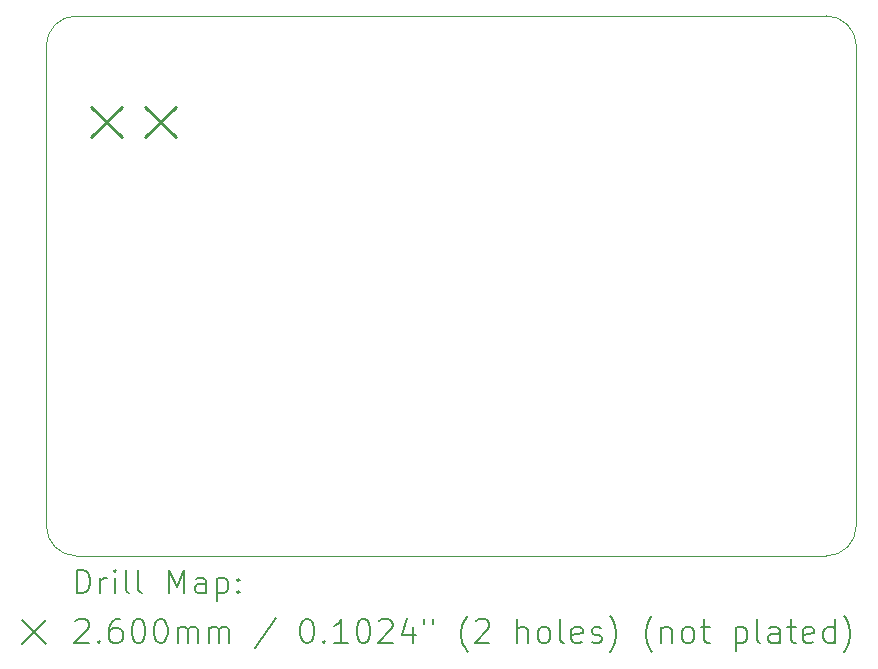
<source format=gbr>
%TF.GenerationSoftware,KiCad,Pcbnew,7.0.10+1*%
%TF.CreationDate,2024-02-10T16:40:51+08:00*%
%TF.ProjectId,ohmify-synthcard,6f686d69-6679-42d7-9379-6e7468636172,v1.1*%
%TF.SameCoordinates,Original*%
%TF.FileFunction,Drillmap*%
%TF.FilePolarity,Positive*%
%FSLAX45Y45*%
G04 Gerber Fmt 4.5, Leading zero omitted, Abs format (unit mm)*
G04 Created by KiCad (PCBNEW 7.0.10+1) date 2024-02-10 16:40:51*
%MOMM*%
%LPD*%
G01*
G04 APERTURE LIST*
%ADD10C,0.100000*%
%ADD11C,0.200000*%
%ADD12C,0.260000*%
G04 APERTURE END LIST*
D10*
X10160000Y-12192000D02*
G75*
G03*
X10414000Y-12446000I254000J0D01*
G01*
X17018000Y-8128000D02*
G75*
G03*
X16764000Y-7874000I-254000J0D01*
G01*
X16764000Y-12446000D02*
X10414000Y-12446000D01*
X10414000Y-7874000D02*
G75*
G03*
X10160000Y-8128000I0J-254000D01*
G01*
X10160000Y-12192000D02*
X10160000Y-8128000D01*
X10414000Y-7874000D02*
X16764000Y-7874000D01*
X16764000Y-12446000D02*
G75*
G03*
X17018000Y-12192000I0J254000D01*
G01*
X17018000Y-8128000D02*
X17018000Y-12192000D01*
D11*
D12*
X10538000Y-8643000D02*
X10798000Y-8903000D01*
X10798000Y-8643000D02*
X10538000Y-8903000D01*
X10998000Y-8643000D02*
X11258000Y-8903000D01*
X11258000Y-8643000D02*
X10998000Y-8903000D01*
D11*
X10415777Y-12762484D02*
X10415777Y-12562484D01*
X10415777Y-12562484D02*
X10463396Y-12562484D01*
X10463396Y-12562484D02*
X10491967Y-12572008D01*
X10491967Y-12572008D02*
X10511015Y-12591055D01*
X10511015Y-12591055D02*
X10520539Y-12610103D01*
X10520539Y-12610103D02*
X10530063Y-12648198D01*
X10530063Y-12648198D02*
X10530063Y-12676769D01*
X10530063Y-12676769D02*
X10520539Y-12714865D01*
X10520539Y-12714865D02*
X10511015Y-12733912D01*
X10511015Y-12733912D02*
X10491967Y-12752960D01*
X10491967Y-12752960D02*
X10463396Y-12762484D01*
X10463396Y-12762484D02*
X10415777Y-12762484D01*
X10615777Y-12762484D02*
X10615777Y-12629150D01*
X10615777Y-12667246D02*
X10625301Y-12648198D01*
X10625301Y-12648198D02*
X10634824Y-12638674D01*
X10634824Y-12638674D02*
X10653872Y-12629150D01*
X10653872Y-12629150D02*
X10672920Y-12629150D01*
X10739586Y-12762484D02*
X10739586Y-12629150D01*
X10739586Y-12562484D02*
X10730063Y-12572008D01*
X10730063Y-12572008D02*
X10739586Y-12581531D01*
X10739586Y-12581531D02*
X10749110Y-12572008D01*
X10749110Y-12572008D02*
X10739586Y-12562484D01*
X10739586Y-12562484D02*
X10739586Y-12581531D01*
X10863396Y-12762484D02*
X10844348Y-12752960D01*
X10844348Y-12752960D02*
X10834824Y-12733912D01*
X10834824Y-12733912D02*
X10834824Y-12562484D01*
X10968158Y-12762484D02*
X10949110Y-12752960D01*
X10949110Y-12752960D02*
X10939586Y-12733912D01*
X10939586Y-12733912D02*
X10939586Y-12562484D01*
X11196729Y-12762484D02*
X11196729Y-12562484D01*
X11196729Y-12562484D02*
X11263396Y-12705341D01*
X11263396Y-12705341D02*
X11330062Y-12562484D01*
X11330062Y-12562484D02*
X11330062Y-12762484D01*
X11511015Y-12762484D02*
X11511015Y-12657722D01*
X11511015Y-12657722D02*
X11501491Y-12638674D01*
X11501491Y-12638674D02*
X11482443Y-12629150D01*
X11482443Y-12629150D02*
X11444348Y-12629150D01*
X11444348Y-12629150D02*
X11425301Y-12638674D01*
X11511015Y-12752960D02*
X11491967Y-12762484D01*
X11491967Y-12762484D02*
X11444348Y-12762484D01*
X11444348Y-12762484D02*
X11425301Y-12752960D01*
X11425301Y-12752960D02*
X11415777Y-12733912D01*
X11415777Y-12733912D02*
X11415777Y-12714865D01*
X11415777Y-12714865D02*
X11425301Y-12695817D01*
X11425301Y-12695817D02*
X11444348Y-12686293D01*
X11444348Y-12686293D02*
X11491967Y-12686293D01*
X11491967Y-12686293D02*
X11511015Y-12676769D01*
X11606253Y-12629150D02*
X11606253Y-12829150D01*
X11606253Y-12638674D02*
X11625301Y-12629150D01*
X11625301Y-12629150D02*
X11663396Y-12629150D01*
X11663396Y-12629150D02*
X11682443Y-12638674D01*
X11682443Y-12638674D02*
X11691967Y-12648198D01*
X11691967Y-12648198D02*
X11701491Y-12667246D01*
X11701491Y-12667246D02*
X11701491Y-12724388D01*
X11701491Y-12724388D02*
X11691967Y-12743436D01*
X11691967Y-12743436D02*
X11682443Y-12752960D01*
X11682443Y-12752960D02*
X11663396Y-12762484D01*
X11663396Y-12762484D02*
X11625301Y-12762484D01*
X11625301Y-12762484D02*
X11606253Y-12752960D01*
X11787205Y-12743436D02*
X11796729Y-12752960D01*
X11796729Y-12752960D02*
X11787205Y-12762484D01*
X11787205Y-12762484D02*
X11777682Y-12752960D01*
X11777682Y-12752960D02*
X11787205Y-12743436D01*
X11787205Y-12743436D02*
X11787205Y-12762484D01*
X11787205Y-12638674D02*
X11796729Y-12648198D01*
X11796729Y-12648198D02*
X11787205Y-12657722D01*
X11787205Y-12657722D02*
X11777682Y-12648198D01*
X11777682Y-12648198D02*
X11787205Y-12638674D01*
X11787205Y-12638674D02*
X11787205Y-12657722D01*
X9955000Y-12991000D02*
X10155000Y-13191000D01*
X10155000Y-12991000D02*
X9955000Y-13191000D01*
X10406253Y-13001531D02*
X10415777Y-12992008D01*
X10415777Y-12992008D02*
X10434824Y-12982484D01*
X10434824Y-12982484D02*
X10482444Y-12982484D01*
X10482444Y-12982484D02*
X10501491Y-12992008D01*
X10501491Y-12992008D02*
X10511015Y-13001531D01*
X10511015Y-13001531D02*
X10520539Y-13020579D01*
X10520539Y-13020579D02*
X10520539Y-13039627D01*
X10520539Y-13039627D02*
X10511015Y-13068198D01*
X10511015Y-13068198D02*
X10396729Y-13182484D01*
X10396729Y-13182484D02*
X10520539Y-13182484D01*
X10606253Y-13163436D02*
X10615777Y-13172960D01*
X10615777Y-13172960D02*
X10606253Y-13182484D01*
X10606253Y-13182484D02*
X10596729Y-13172960D01*
X10596729Y-13172960D02*
X10606253Y-13163436D01*
X10606253Y-13163436D02*
X10606253Y-13182484D01*
X10787205Y-12982484D02*
X10749110Y-12982484D01*
X10749110Y-12982484D02*
X10730063Y-12992008D01*
X10730063Y-12992008D02*
X10720539Y-13001531D01*
X10720539Y-13001531D02*
X10701491Y-13030103D01*
X10701491Y-13030103D02*
X10691967Y-13068198D01*
X10691967Y-13068198D02*
X10691967Y-13144388D01*
X10691967Y-13144388D02*
X10701491Y-13163436D01*
X10701491Y-13163436D02*
X10711015Y-13172960D01*
X10711015Y-13172960D02*
X10730063Y-13182484D01*
X10730063Y-13182484D02*
X10768158Y-13182484D01*
X10768158Y-13182484D02*
X10787205Y-13172960D01*
X10787205Y-13172960D02*
X10796729Y-13163436D01*
X10796729Y-13163436D02*
X10806253Y-13144388D01*
X10806253Y-13144388D02*
X10806253Y-13096769D01*
X10806253Y-13096769D02*
X10796729Y-13077722D01*
X10796729Y-13077722D02*
X10787205Y-13068198D01*
X10787205Y-13068198D02*
X10768158Y-13058674D01*
X10768158Y-13058674D02*
X10730063Y-13058674D01*
X10730063Y-13058674D02*
X10711015Y-13068198D01*
X10711015Y-13068198D02*
X10701491Y-13077722D01*
X10701491Y-13077722D02*
X10691967Y-13096769D01*
X10930063Y-12982484D02*
X10949110Y-12982484D01*
X10949110Y-12982484D02*
X10968158Y-12992008D01*
X10968158Y-12992008D02*
X10977682Y-13001531D01*
X10977682Y-13001531D02*
X10987205Y-13020579D01*
X10987205Y-13020579D02*
X10996729Y-13058674D01*
X10996729Y-13058674D02*
X10996729Y-13106293D01*
X10996729Y-13106293D02*
X10987205Y-13144388D01*
X10987205Y-13144388D02*
X10977682Y-13163436D01*
X10977682Y-13163436D02*
X10968158Y-13172960D01*
X10968158Y-13172960D02*
X10949110Y-13182484D01*
X10949110Y-13182484D02*
X10930063Y-13182484D01*
X10930063Y-13182484D02*
X10911015Y-13172960D01*
X10911015Y-13172960D02*
X10901491Y-13163436D01*
X10901491Y-13163436D02*
X10891967Y-13144388D01*
X10891967Y-13144388D02*
X10882444Y-13106293D01*
X10882444Y-13106293D02*
X10882444Y-13058674D01*
X10882444Y-13058674D02*
X10891967Y-13020579D01*
X10891967Y-13020579D02*
X10901491Y-13001531D01*
X10901491Y-13001531D02*
X10911015Y-12992008D01*
X10911015Y-12992008D02*
X10930063Y-12982484D01*
X11120539Y-12982484D02*
X11139586Y-12982484D01*
X11139586Y-12982484D02*
X11158634Y-12992008D01*
X11158634Y-12992008D02*
X11168158Y-13001531D01*
X11168158Y-13001531D02*
X11177682Y-13020579D01*
X11177682Y-13020579D02*
X11187205Y-13058674D01*
X11187205Y-13058674D02*
X11187205Y-13106293D01*
X11187205Y-13106293D02*
X11177682Y-13144388D01*
X11177682Y-13144388D02*
X11168158Y-13163436D01*
X11168158Y-13163436D02*
X11158634Y-13172960D01*
X11158634Y-13172960D02*
X11139586Y-13182484D01*
X11139586Y-13182484D02*
X11120539Y-13182484D01*
X11120539Y-13182484D02*
X11101491Y-13172960D01*
X11101491Y-13172960D02*
X11091967Y-13163436D01*
X11091967Y-13163436D02*
X11082444Y-13144388D01*
X11082444Y-13144388D02*
X11072920Y-13106293D01*
X11072920Y-13106293D02*
X11072920Y-13058674D01*
X11072920Y-13058674D02*
X11082444Y-13020579D01*
X11082444Y-13020579D02*
X11091967Y-13001531D01*
X11091967Y-13001531D02*
X11101491Y-12992008D01*
X11101491Y-12992008D02*
X11120539Y-12982484D01*
X11272920Y-13182484D02*
X11272920Y-13049150D01*
X11272920Y-13068198D02*
X11282443Y-13058674D01*
X11282443Y-13058674D02*
X11301491Y-13049150D01*
X11301491Y-13049150D02*
X11330063Y-13049150D01*
X11330063Y-13049150D02*
X11349110Y-13058674D01*
X11349110Y-13058674D02*
X11358634Y-13077722D01*
X11358634Y-13077722D02*
X11358634Y-13182484D01*
X11358634Y-13077722D02*
X11368158Y-13058674D01*
X11368158Y-13058674D02*
X11387205Y-13049150D01*
X11387205Y-13049150D02*
X11415777Y-13049150D01*
X11415777Y-13049150D02*
X11434824Y-13058674D01*
X11434824Y-13058674D02*
X11444348Y-13077722D01*
X11444348Y-13077722D02*
X11444348Y-13182484D01*
X11539586Y-13182484D02*
X11539586Y-13049150D01*
X11539586Y-13068198D02*
X11549110Y-13058674D01*
X11549110Y-13058674D02*
X11568158Y-13049150D01*
X11568158Y-13049150D02*
X11596729Y-13049150D01*
X11596729Y-13049150D02*
X11615777Y-13058674D01*
X11615777Y-13058674D02*
X11625301Y-13077722D01*
X11625301Y-13077722D02*
X11625301Y-13182484D01*
X11625301Y-13077722D02*
X11634824Y-13058674D01*
X11634824Y-13058674D02*
X11653872Y-13049150D01*
X11653872Y-13049150D02*
X11682443Y-13049150D01*
X11682443Y-13049150D02*
X11701491Y-13058674D01*
X11701491Y-13058674D02*
X11711015Y-13077722D01*
X11711015Y-13077722D02*
X11711015Y-13182484D01*
X12101491Y-12972960D02*
X11930063Y-13230103D01*
X12358634Y-12982484D02*
X12377682Y-12982484D01*
X12377682Y-12982484D02*
X12396729Y-12992008D01*
X12396729Y-12992008D02*
X12406253Y-13001531D01*
X12406253Y-13001531D02*
X12415777Y-13020579D01*
X12415777Y-13020579D02*
X12425301Y-13058674D01*
X12425301Y-13058674D02*
X12425301Y-13106293D01*
X12425301Y-13106293D02*
X12415777Y-13144388D01*
X12415777Y-13144388D02*
X12406253Y-13163436D01*
X12406253Y-13163436D02*
X12396729Y-13172960D01*
X12396729Y-13172960D02*
X12377682Y-13182484D01*
X12377682Y-13182484D02*
X12358634Y-13182484D01*
X12358634Y-13182484D02*
X12339586Y-13172960D01*
X12339586Y-13172960D02*
X12330063Y-13163436D01*
X12330063Y-13163436D02*
X12320539Y-13144388D01*
X12320539Y-13144388D02*
X12311015Y-13106293D01*
X12311015Y-13106293D02*
X12311015Y-13058674D01*
X12311015Y-13058674D02*
X12320539Y-13020579D01*
X12320539Y-13020579D02*
X12330063Y-13001531D01*
X12330063Y-13001531D02*
X12339586Y-12992008D01*
X12339586Y-12992008D02*
X12358634Y-12982484D01*
X12511015Y-13163436D02*
X12520539Y-13172960D01*
X12520539Y-13172960D02*
X12511015Y-13182484D01*
X12511015Y-13182484D02*
X12501491Y-13172960D01*
X12501491Y-13172960D02*
X12511015Y-13163436D01*
X12511015Y-13163436D02*
X12511015Y-13182484D01*
X12711015Y-13182484D02*
X12596729Y-13182484D01*
X12653872Y-13182484D02*
X12653872Y-12982484D01*
X12653872Y-12982484D02*
X12634825Y-13011055D01*
X12634825Y-13011055D02*
X12615777Y-13030103D01*
X12615777Y-13030103D02*
X12596729Y-13039627D01*
X12834825Y-12982484D02*
X12853872Y-12982484D01*
X12853872Y-12982484D02*
X12872920Y-12992008D01*
X12872920Y-12992008D02*
X12882444Y-13001531D01*
X12882444Y-13001531D02*
X12891967Y-13020579D01*
X12891967Y-13020579D02*
X12901491Y-13058674D01*
X12901491Y-13058674D02*
X12901491Y-13106293D01*
X12901491Y-13106293D02*
X12891967Y-13144388D01*
X12891967Y-13144388D02*
X12882444Y-13163436D01*
X12882444Y-13163436D02*
X12872920Y-13172960D01*
X12872920Y-13172960D02*
X12853872Y-13182484D01*
X12853872Y-13182484D02*
X12834825Y-13182484D01*
X12834825Y-13182484D02*
X12815777Y-13172960D01*
X12815777Y-13172960D02*
X12806253Y-13163436D01*
X12806253Y-13163436D02*
X12796729Y-13144388D01*
X12796729Y-13144388D02*
X12787206Y-13106293D01*
X12787206Y-13106293D02*
X12787206Y-13058674D01*
X12787206Y-13058674D02*
X12796729Y-13020579D01*
X12796729Y-13020579D02*
X12806253Y-13001531D01*
X12806253Y-13001531D02*
X12815777Y-12992008D01*
X12815777Y-12992008D02*
X12834825Y-12982484D01*
X12977682Y-13001531D02*
X12987206Y-12992008D01*
X12987206Y-12992008D02*
X13006253Y-12982484D01*
X13006253Y-12982484D02*
X13053872Y-12982484D01*
X13053872Y-12982484D02*
X13072920Y-12992008D01*
X13072920Y-12992008D02*
X13082444Y-13001531D01*
X13082444Y-13001531D02*
X13091967Y-13020579D01*
X13091967Y-13020579D02*
X13091967Y-13039627D01*
X13091967Y-13039627D02*
X13082444Y-13068198D01*
X13082444Y-13068198D02*
X12968158Y-13182484D01*
X12968158Y-13182484D02*
X13091967Y-13182484D01*
X13263396Y-13049150D02*
X13263396Y-13182484D01*
X13215777Y-12972960D02*
X13168158Y-13115817D01*
X13168158Y-13115817D02*
X13291967Y-13115817D01*
X13358634Y-12982484D02*
X13358634Y-13020579D01*
X13434825Y-12982484D02*
X13434825Y-13020579D01*
X13730063Y-13258674D02*
X13720539Y-13249150D01*
X13720539Y-13249150D02*
X13701491Y-13220579D01*
X13701491Y-13220579D02*
X13691968Y-13201531D01*
X13691968Y-13201531D02*
X13682444Y-13172960D01*
X13682444Y-13172960D02*
X13672920Y-13125341D01*
X13672920Y-13125341D02*
X13672920Y-13087246D01*
X13672920Y-13087246D02*
X13682444Y-13039627D01*
X13682444Y-13039627D02*
X13691968Y-13011055D01*
X13691968Y-13011055D02*
X13701491Y-12992008D01*
X13701491Y-12992008D02*
X13720539Y-12963436D01*
X13720539Y-12963436D02*
X13730063Y-12953912D01*
X13796729Y-13001531D02*
X13806253Y-12992008D01*
X13806253Y-12992008D02*
X13825301Y-12982484D01*
X13825301Y-12982484D02*
X13872920Y-12982484D01*
X13872920Y-12982484D02*
X13891968Y-12992008D01*
X13891968Y-12992008D02*
X13901491Y-13001531D01*
X13901491Y-13001531D02*
X13911015Y-13020579D01*
X13911015Y-13020579D02*
X13911015Y-13039627D01*
X13911015Y-13039627D02*
X13901491Y-13068198D01*
X13901491Y-13068198D02*
X13787206Y-13182484D01*
X13787206Y-13182484D02*
X13911015Y-13182484D01*
X14149110Y-13182484D02*
X14149110Y-12982484D01*
X14234825Y-13182484D02*
X14234825Y-13077722D01*
X14234825Y-13077722D02*
X14225301Y-13058674D01*
X14225301Y-13058674D02*
X14206253Y-13049150D01*
X14206253Y-13049150D02*
X14177682Y-13049150D01*
X14177682Y-13049150D02*
X14158634Y-13058674D01*
X14158634Y-13058674D02*
X14149110Y-13068198D01*
X14358634Y-13182484D02*
X14339587Y-13172960D01*
X14339587Y-13172960D02*
X14330063Y-13163436D01*
X14330063Y-13163436D02*
X14320539Y-13144388D01*
X14320539Y-13144388D02*
X14320539Y-13087246D01*
X14320539Y-13087246D02*
X14330063Y-13068198D01*
X14330063Y-13068198D02*
X14339587Y-13058674D01*
X14339587Y-13058674D02*
X14358634Y-13049150D01*
X14358634Y-13049150D02*
X14387206Y-13049150D01*
X14387206Y-13049150D02*
X14406253Y-13058674D01*
X14406253Y-13058674D02*
X14415777Y-13068198D01*
X14415777Y-13068198D02*
X14425301Y-13087246D01*
X14425301Y-13087246D02*
X14425301Y-13144388D01*
X14425301Y-13144388D02*
X14415777Y-13163436D01*
X14415777Y-13163436D02*
X14406253Y-13172960D01*
X14406253Y-13172960D02*
X14387206Y-13182484D01*
X14387206Y-13182484D02*
X14358634Y-13182484D01*
X14539587Y-13182484D02*
X14520539Y-13172960D01*
X14520539Y-13172960D02*
X14511015Y-13153912D01*
X14511015Y-13153912D02*
X14511015Y-12982484D01*
X14691968Y-13172960D02*
X14672920Y-13182484D01*
X14672920Y-13182484D02*
X14634825Y-13182484D01*
X14634825Y-13182484D02*
X14615777Y-13172960D01*
X14615777Y-13172960D02*
X14606253Y-13153912D01*
X14606253Y-13153912D02*
X14606253Y-13077722D01*
X14606253Y-13077722D02*
X14615777Y-13058674D01*
X14615777Y-13058674D02*
X14634825Y-13049150D01*
X14634825Y-13049150D02*
X14672920Y-13049150D01*
X14672920Y-13049150D02*
X14691968Y-13058674D01*
X14691968Y-13058674D02*
X14701491Y-13077722D01*
X14701491Y-13077722D02*
X14701491Y-13096769D01*
X14701491Y-13096769D02*
X14606253Y-13115817D01*
X14777682Y-13172960D02*
X14796730Y-13182484D01*
X14796730Y-13182484D02*
X14834825Y-13182484D01*
X14834825Y-13182484D02*
X14853872Y-13172960D01*
X14853872Y-13172960D02*
X14863396Y-13153912D01*
X14863396Y-13153912D02*
X14863396Y-13144388D01*
X14863396Y-13144388D02*
X14853872Y-13125341D01*
X14853872Y-13125341D02*
X14834825Y-13115817D01*
X14834825Y-13115817D02*
X14806253Y-13115817D01*
X14806253Y-13115817D02*
X14787206Y-13106293D01*
X14787206Y-13106293D02*
X14777682Y-13087246D01*
X14777682Y-13087246D02*
X14777682Y-13077722D01*
X14777682Y-13077722D02*
X14787206Y-13058674D01*
X14787206Y-13058674D02*
X14806253Y-13049150D01*
X14806253Y-13049150D02*
X14834825Y-13049150D01*
X14834825Y-13049150D02*
X14853872Y-13058674D01*
X14930063Y-13258674D02*
X14939587Y-13249150D01*
X14939587Y-13249150D02*
X14958634Y-13220579D01*
X14958634Y-13220579D02*
X14968158Y-13201531D01*
X14968158Y-13201531D02*
X14977682Y-13172960D01*
X14977682Y-13172960D02*
X14987206Y-13125341D01*
X14987206Y-13125341D02*
X14987206Y-13087246D01*
X14987206Y-13087246D02*
X14977682Y-13039627D01*
X14977682Y-13039627D02*
X14968158Y-13011055D01*
X14968158Y-13011055D02*
X14958634Y-12992008D01*
X14958634Y-12992008D02*
X14939587Y-12963436D01*
X14939587Y-12963436D02*
X14930063Y-12953912D01*
X15291968Y-13258674D02*
X15282444Y-13249150D01*
X15282444Y-13249150D02*
X15263396Y-13220579D01*
X15263396Y-13220579D02*
X15253872Y-13201531D01*
X15253872Y-13201531D02*
X15244349Y-13172960D01*
X15244349Y-13172960D02*
X15234825Y-13125341D01*
X15234825Y-13125341D02*
X15234825Y-13087246D01*
X15234825Y-13087246D02*
X15244349Y-13039627D01*
X15244349Y-13039627D02*
X15253872Y-13011055D01*
X15253872Y-13011055D02*
X15263396Y-12992008D01*
X15263396Y-12992008D02*
X15282444Y-12963436D01*
X15282444Y-12963436D02*
X15291968Y-12953912D01*
X15368158Y-13049150D02*
X15368158Y-13182484D01*
X15368158Y-13068198D02*
X15377682Y-13058674D01*
X15377682Y-13058674D02*
X15396730Y-13049150D01*
X15396730Y-13049150D02*
X15425301Y-13049150D01*
X15425301Y-13049150D02*
X15444349Y-13058674D01*
X15444349Y-13058674D02*
X15453872Y-13077722D01*
X15453872Y-13077722D02*
X15453872Y-13182484D01*
X15577682Y-13182484D02*
X15558634Y-13172960D01*
X15558634Y-13172960D02*
X15549111Y-13163436D01*
X15549111Y-13163436D02*
X15539587Y-13144388D01*
X15539587Y-13144388D02*
X15539587Y-13087246D01*
X15539587Y-13087246D02*
X15549111Y-13068198D01*
X15549111Y-13068198D02*
X15558634Y-13058674D01*
X15558634Y-13058674D02*
X15577682Y-13049150D01*
X15577682Y-13049150D02*
X15606253Y-13049150D01*
X15606253Y-13049150D02*
X15625301Y-13058674D01*
X15625301Y-13058674D02*
X15634825Y-13068198D01*
X15634825Y-13068198D02*
X15644349Y-13087246D01*
X15644349Y-13087246D02*
X15644349Y-13144388D01*
X15644349Y-13144388D02*
X15634825Y-13163436D01*
X15634825Y-13163436D02*
X15625301Y-13172960D01*
X15625301Y-13172960D02*
X15606253Y-13182484D01*
X15606253Y-13182484D02*
X15577682Y-13182484D01*
X15701492Y-13049150D02*
X15777682Y-13049150D01*
X15730063Y-12982484D02*
X15730063Y-13153912D01*
X15730063Y-13153912D02*
X15739587Y-13172960D01*
X15739587Y-13172960D02*
X15758634Y-13182484D01*
X15758634Y-13182484D02*
X15777682Y-13182484D01*
X15996730Y-13049150D02*
X15996730Y-13249150D01*
X15996730Y-13058674D02*
X16015777Y-13049150D01*
X16015777Y-13049150D02*
X16053873Y-13049150D01*
X16053873Y-13049150D02*
X16072920Y-13058674D01*
X16072920Y-13058674D02*
X16082444Y-13068198D01*
X16082444Y-13068198D02*
X16091968Y-13087246D01*
X16091968Y-13087246D02*
X16091968Y-13144388D01*
X16091968Y-13144388D02*
X16082444Y-13163436D01*
X16082444Y-13163436D02*
X16072920Y-13172960D01*
X16072920Y-13172960D02*
X16053873Y-13182484D01*
X16053873Y-13182484D02*
X16015777Y-13182484D01*
X16015777Y-13182484D02*
X15996730Y-13172960D01*
X16206253Y-13182484D02*
X16187206Y-13172960D01*
X16187206Y-13172960D02*
X16177682Y-13153912D01*
X16177682Y-13153912D02*
X16177682Y-12982484D01*
X16368158Y-13182484D02*
X16368158Y-13077722D01*
X16368158Y-13077722D02*
X16358634Y-13058674D01*
X16358634Y-13058674D02*
X16339587Y-13049150D01*
X16339587Y-13049150D02*
X16301492Y-13049150D01*
X16301492Y-13049150D02*
X16282444Y-13058674D01*
X16368158Y-13172960D02*
X16349111Y-13182484D01*
X16349111Y-13182484D02*
X16301492Y-13182484D01*
X16301492Y-13182484D02*
X16282444Y-13172960D01*
X16282444Y-13172960D02*
X16272920Y-13153912D01*
X16272920Y-13153912D02*
X16272920Y-13134865D01*
X16272920Y-13134865D02*
X16282444Y-13115817D01*
X16282444Y-13115817D02*
X16301492Y-13106293D01*
X16301492Y-13106293D02*
X16349111Y-13106293D01*
X16349111Y-13106293D02*
X16368158Y-13096769D01*
X16434825Y-13049150D02*
X16511015Y-13049150D01*
X16463396Y-12982484D02*
X16463396Y-13153912D01*
X16463396Y-13153912D02*
X16472920Y-13172960D01*
X16472920Y-13172960D02*
X16491968Y-13182484D01*
X16491968Y-13182484D02*
X16511015Y-13182484D01*
X16653873Y-13172960D02*
X16634825Y-13182484D01*
X16634825Y-13182484D02*
X16596730Y-13182484D01*
X16596730Y-13182484D02*
X16577682Y-13172960D01*
X16577682Y-13172960D02*
X16568158Y-13153912D01*
X16568158Y-13153912D02*
X16568158Y-13077722D01*
X16568158Y-13077722D02*
X16577682Y-13058674D01*
X16577682Y-13058674D02*
X16596730Y-13049150D01*
X16596730Y-13049150D02*
X16634825Y-13049150D01*
X16634825Y-13049150D02*
X16653873Y-13058674D01*
X16653873Y-13058674D02*
X16663396Y-13077722D01*
X16663396Y-13077722D02*
X16663396Y-13096769D01*
X16663396Y-13096769D02*
X16568158Y-13115817D01*
X16834825Y-13182484D02*
X16834825Y-12982484D01*
X16834825Y-13172960D02*
X16815777Y-13182484D01*
X16815777Y-13182484D02*
X16777682Y-13182484D01*
X16777682Y-13182484D02*
X16758634Y-13172960D01*
X16758634Y-13172960D02*
X16749111Y-13163436D01*
X16749111Y-13163436D02*
X16739587Y-13144388D01*
X16739587Y-13144388D02*
X16739587Y-13087246D01*
X16739587Y-13087246D02*
X16749111Y-13068198D01*
X16749111Y-13068198D02*
X16758634Y-13058674D01*
X16758634Y-13058674D02*
X16777682Y-13049150D01*
X16777682Y-13049150D02*
X16815777Y-13049150D01*
X16815777Y-13049150D02*
X16834825Y-13058674D01*
X16911016Y-13258674D02*
X16920539Y-13249150D01*
X16920539Y-13249150D02*
X16939587Y-13220579D01*
X16939587Y-13220579D02*
X16949111Y-13201531D01*
X16949111Y-13201531D02*
X16958635Y-13172960D01*
X16958635Y-13172960D02*
X16968158Y-13125341D01*
X16968158Y-13125341D02*
X16968158Y-13087246D01*
X16968158Y-13087246D02*
X16958635Y-13039627D01*
X16958635Y-13039627D02*
X16949111Y-13011055D01*
X16949111Y-13011055D02*
X16939587Y-12992008D01*
X16939587Y-12992008D02*
X16920539Y-12963436D01*
X16920539Y-12963436D02*
X16911016Y-12953912D01*
M02*

</source>
